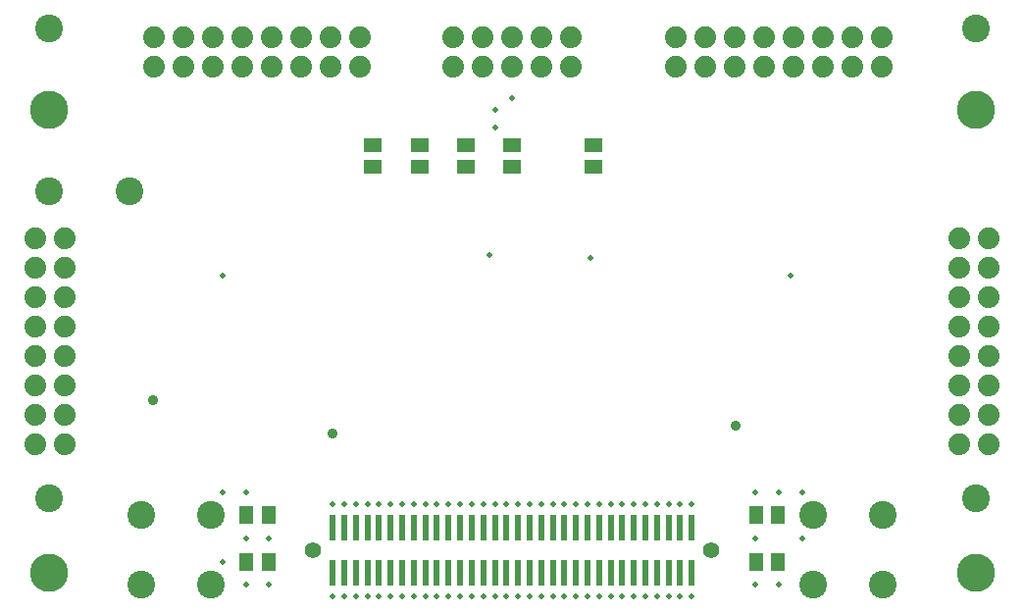
<source format=gbs>
G75*
G70*
%OFA0B0*%
%FSLAX24Y24*%
%IPPOS*%
%LPD*%
%AMOC8*
5,1,8,0,0,1.08239X$1,22.5*
%
%ADD10C,0.0551*%
%ADD11R,0.0236X0.0906*%
%ADD12C,0.1299*%
%ADD13C,0.0740*%
%ADD14C,0.0945*%
%ADD15R,0.0591X0.0512*%
%ADD16R,0.0512X0.0591*%
%ADD17C,0.0200*%
%ADD18C,0.0354*%
D10*
X011086Y002897D03*
X011086Y002897D03*
X024629Y002897D03*
X024629Y002897D03*
D11*
X023960Y002125D03*
X023566Y002125D03*
X023173Y002125D03*
X022779Y002125D03*
X022385Y002125D03*
X021991Y002125D03*
X021598Y002125D03*
X021204Y002125D03*
X020810Y002125D03*
X020417Y002125D03*
X020023Y002125D03*
X019629Y002125D03*
X019236Y002125D03*
X018842Y002125D03*
X018448Y002125D03*
X018054Y002125D03*
X017661Y002125D03*
X017267Y002125D03*
X016873Y002125D03*
X016480Y002125D03*
X016086Y002125D03*
X015692Y002125D03*
X015299Y002125D03*
X014905Y002125D03*
X014511Y002125D03*
X014117Y002125D03*
X013724Y002125D03*
X013330Y002125D03*
X012936Y002125D03*
X012543Y002125D03*
X012149Y002125D03*
X011755Y002125D03*
X011755Y003669D03*
X012149Y003669D03*
X012543Y003669D03*
X012936Y003669D03*
X013330Y003669D03*
X013724Y003669D03*
X014117Y003669D03*
X014511Y003669D03*
X014905Y003669D03*
X015299Y003669D03*
X015692Y003669D03*
X016086Y003669D03*
X016480Y003669D03*
X016873Y003669D03*
X017267Y003669D03*
X017661Y003669D03*
X018054Y003669D03*
X018448Y003669D03*
X018842Y003669D03*
X019236Y003669D03*
X019629Y003669D03*
X020023Y003669D03*
X020417Y003669D03*
X020810Y003669D03*
X021204Y003669D03*
X021598Y003669D03*
X021991Y003669D03*
X022385Y003669D03*
X022779Y003669D03*
X023173Y003669D03*
X023566Y003669D03*
X023960Y003669D03*
D12*
X002110Y002110D03*
X002110Y017858D03*
X033606Y017858D03*
X033606Y002110D03*
D13*
X034066Y006484D03*
X033066Y006484D03*
X033066Y007484D03*
X034066Y007484D03*
X034066Y008484D03*
X033066Y008484D03*
X033066Y009484D03*
X034066Y009484D03*
X034066Y010484D03*
X033066Y010484D03*
X033066Y011484D03*
X034066Y011484D03*
X034066Y012484D03*
X033066Y012484D03*
X033066Y013484D03*
X034066Y013484D03*
X030413Y019326D03*
X029413Y019326D03*
X028413Y019326D03*
X027413Y019326D03*
X026413Y019326D03*
X025413Y019326D03*
X024413Y019326D03*
X023413Y019326D03*
X023413Y020326D03*
X024413Y020326D03*
X025413Y020326D03*
X026413Y020326D03*
X027413Y020326D03*
X028413Y020326D03*
X029413Y020326D03*
X030413Y020326D03*
X019858Y020318D03*
X018858Y020318D03*
X017858Y020318D03*
X016858Y020318D03*
X015858Y020318D03*
X015858Y019318D03*
X016858Y019318D03*
X017858Y019318D03*
X018858Y019318D03*
X019858Y019318D03*
X012696Y019326D03*
X011696Y019326D03*
X010696Y019326D03*
X009696Y019326D03*
X008696Y019326D03*
X007696Y019326D03*
X006696Y019326D03*
X005696Y019326D03*
X005696Y020326D03*
X006696Y020326D03*
X007696Y020326D03*
X008696Y020326D03*
X009696Y020326D03*
X010696Y020326D03*
X011696Y020326D03*
X012696Y020326D03*
X002649Y013484D03*
X001649Y013484D03*
X001649Y012484D03*
X002649Y012484D03*
X002649Y011484D03*
X001649Y011484D03*
X001649Y010484D03*
X002649Y010484D03*
X002649Y009484D03*
X001649Y009484D03*
X001649Y008484D03*
X002649Y008484D03*
X002649Y007484D03*
X001649Y007484D03*
X001649Y006484D03*
X002649Y006484D03*
D14*
X002110Y004669D03*
X005259Y004078D03*
X007621Y004078D03*
X007621Y001716D03*
X005259Y001716D03*
X004866Y015102D03*
X002110Y015102D03*
X002110Y020614D03*
X028094Y004078D03*
X030456Y004078D03*
X033606Y004669D03*
X030456Y001716D03*
X028094Y001716D03*
X033606Y020614D03*
D15*
X020614Y016657D03*
X020614Y015909D03*
X017858Y015909D03*
X017858Y016657D03*
X016283Y016657D03*
X016283Y015909D03*
X014708Y015909D03*
X014708Y016657D03*
X013133Y016657D03*
X013133Y015909D03*
D16*
X009570Y004078D03*
X008822Y004078D03*
X008822Y002503D03*
X009570Y002503D03*
X026145Y002503D03*
X026893Y002503D03*
X026893Y004078D03*
X026145Y004078D03*
D17*
X026125Y003291D03*
X027700Y003291D03*
X027700Y004866D03*
X026913Y004866D03*
X026125Y004866D03*
X023960Y004472D03*
X023566Y004472D03*
X023173Y004472D03*
X022779Y004472D03*
X022385Y004472D03*
X021991Y004472D03*
X021598Y004472D03*
X021204Y004472D03*
X020810Y004472D03*
X020417Y004472D03*
X020023Y004472D03*
X019629Y004472D03*
X019236Y004472D03*
X018842Y004472D03*
X018448Y004472D03*
X018054Y004472D03*
X017661Y004472D03*
X017267Y004472D03*
X016873Y004472D03*
X016480Y004472D03*
X016086Y004472D03*
X015692Y004472D03*
X015299Y004472D03*
X014905Y004472D03*
X014511Y004472D03*
X014117Y004472D03*
X013724Y004472D03*
X013330Y004472D03*
X012936Y004472D03*
X012543Y004472D03*
X012149Y004472D03*
X011755Y004472D03*
X009590Y003291D03*
X008803Y003291D03*
X008015Y002503D03*
X008803Y001716D03*
X009590Y001716D03*
X011755Y001322D03*
X012149Y001322D03*
X012543Y001322D03*
X012936Y001322D03*
X013330Y001322D03*
X013724Y001322D03*
X014117Y001322D03*
X014511Y001322D03*
X014905Y001322D03*
X015299Y001322D03*
X015692Y001322D03*
X016086Y001322D03*
X016480Y001322D03*
X016873Y001322D03*
X017267Y001322D03*
X017661Y001322D03*
X018054Y001322D03*
X018448Y001322D03*
X018842Y001322D03*
X019236Y001322D03*
X019629Y001322D03*
X020023Y001322D03*
X020417Y001322D03*
X020810Y001322D03*
X021204Y001322D03*
X021598Y001322D03*
X021991Y001322D03*
X022385Y001322D03*
X022779Y001322D03*
X023173Y001322D03*
X023566Y001322D03*
X023960Y001322D03*
X026125Y001716D03*
X026913Y001716D03*
X027306Y012228D03*
X020515Y012838D03*
X017070Y012936D03*
X017267Y017267D03*
X017267Y017858D03*
X017858Y018251D03*
X008015Y012228D03*
X008015Y004866D03*
X008803Y004866D03*
D18*
X011736Y006854D03*
X005653Y007976D03*
X025436Y007129D03*
M02*

</source>
